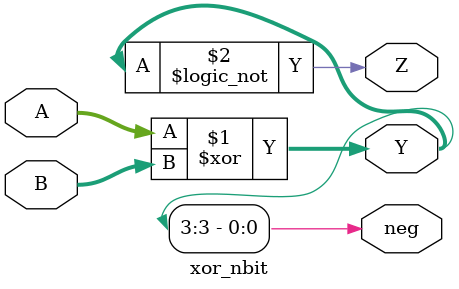
<source format=sv>
module xor_nbit #(parameter N = 4) (
    input logic [N-1:0] A, B,
    output logic [N-1:0] Y,
    output logic Z, neg
);
    assign Y = A ^ B;
    assign Z = (Y == 0);
    assign neg = Y[N-1];
endmodule

</source>
